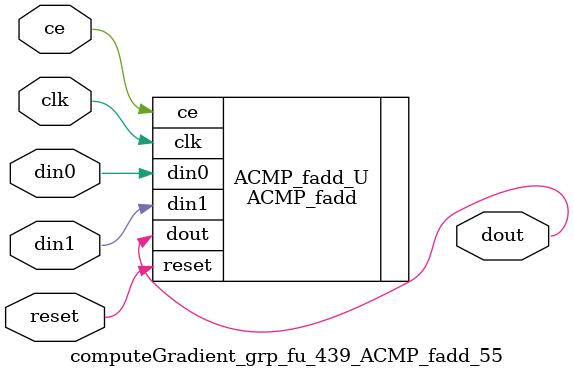
<source format=v>

`timescale 1 ns / 1 ps
module computeGradient_grp_fu_439_ACMP_fadd_55(
    clk,
    reset,
    ce,
    din0,
    din1,
    dout);

parameter ID = 32'd1;
parameter NUM_STAGE = 32'd1;
parameter din0_WIDTH = 32'd1;
parameter din1_WIDTH = 32'd1;
parameter dout_WIDTH = 32'd1;
input clk;
input reset;
input ce;
input[din0_WIDTH - 1:0] din0;
input[din1_WIDTH - 1:0] din1;
output[dout_WIDTH - 1:0] dout;



ACMP_fadd #(
.ID( ID ),
.NUM_STAGE( 4 ),
.din0_WIDTH( din0_WIDTH ),
.din1_WIDTH( din1_WIDTH ),
.dout_WIDTH( dout_WIDTH ))
ACMP_fadd_U(
    .clk( clk ),
    .reset( reset ),
    .ce( ce ),
    .din0( din0 ),
    .din1( din1 ),
    .dout( dout ));

endmodule

</source>
